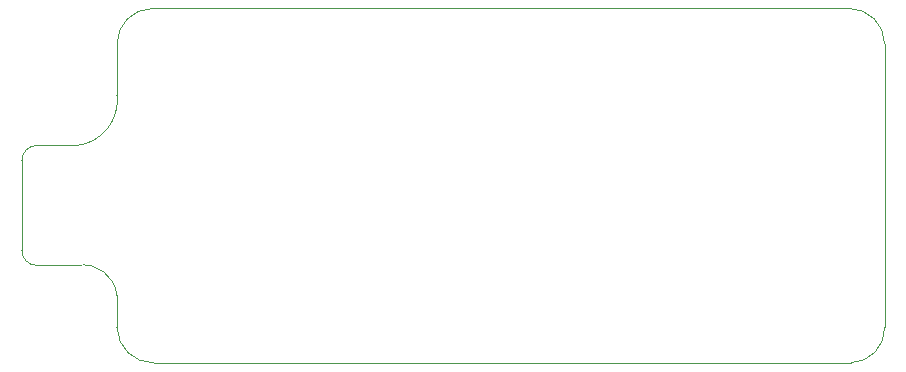
<source format=gbr>
%TF.GenerationSoftware,KiCad,Pcbnew,(6.0.7-1)-1*%
%TF.CreationDate,2022-08-15T15:20:02-07:00*%
%TF.ProjectId,KamiPCB,4b616d69-5043-4422-9e6b-696361645f70,rev?*%
%TF.SameCoordinates,Original*%
%TF.FileFunction,Profile,NP*%
%FSLAX46Y46*%
G04 Gerber Fmt 4.6, Leading zero omitted, Abs format (unit mm)*
G04 Created by KiCad (PCBNEW (6.0.7-1)-1) date 2022-08-15 15:20:02*
%MOMM*%
%LPD*%
G01*
G04 APERTURE LIST*
%TA.AperFunction,Profile*%
%ADD10C,0.050000*%
%TD*%
G04 APERTURE END LIST*
D10*
X116000829Y-117003269D02*
G75*
G03*
X119127757Y-120003271I3063471J63469D01*
G01*
X181000829Y-93003271D02*
G75*
G03*
X178000757Y-90003271I-3000029J-29D01*
G01*
X181000757Y-117003271D02*
X181000757Y-93003271D01*
X112610378Y-111760000D02*
X109220000Y-111760000D01*
X119127757Y-120003271D02*
X178127757Y-120003271D01*
X109220000Y-101600000D02*
G75*
G03*
X107950000Y-102870000I0J-1270000D01*
G01*
X116000744Y-114300001D02*
G75*
G03*
X112610378Y-111760000I-2852444J-274699D01*
G01*
X116000757Y-117003271D02*
X116000757Y-114300000D01*
X112610378Y-101600002D02*
G75*
G03*
X116000757Y-97301635I-425188J3821652D01*
G01*
X107950000Y-110490000D02*
X107950000Y-102870000D01*
X178127757Y-120003258D02*
G75*
G03*
X181000757Y-117003271I-63457J2936458D01*
G01*
X119000757Y-90003257D02*
G75*
G03*
X116000757Y-93003271I43J-3000043D01*
G01*
X107950000Y-110490000D02*
G75*
G03*
X109220000Y-111760000I1270000J0D01*
G01*
X116000757Y-117003271D02*
X116000757Y-117003271D01*
X116000757Y-97301635D02*
X116000757Y-93003271D01*
X178000757Y-90003271D02*
X119000757Y-90003271D01*
X109220000Y-101600000D02*
X112610378Y-101600000D01*
M02*

</source>
